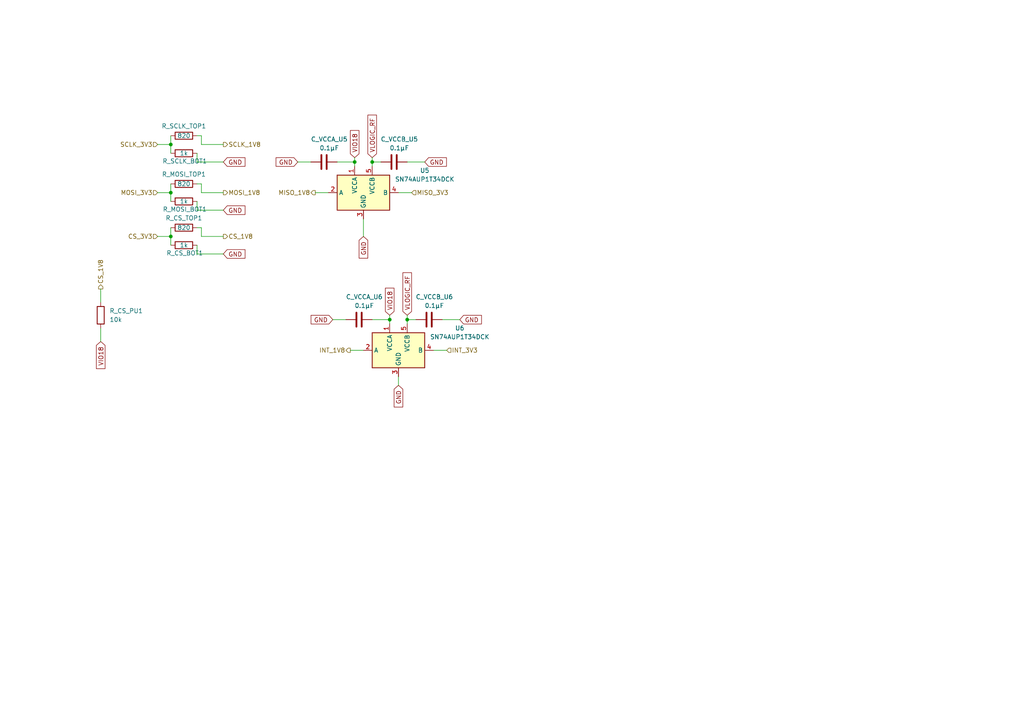
<source format=kicad_sch>
(kicad_sch (version 20250114) (generator "eeschema") (generator_version "9.0")
  (paper "A4")
  (lib_symbols
    (symbol "Device:C" (pin_numbers (hide yes)) (pin_names (offset 0.254))
      (property "Reference" "C" (at 0.635 2.54 0))
      (property "Value" "C" (at 0.635 -2.54 0))
      (symbol "C_0_1"
        (polyline (pts (xy -2.032 0.762) (xy 2.032 0.762)) (stroke (width 0.508)))
        (polyline (pts (xy -2.032 -0.762) (xy 2.032 -0.762)) (stroke (width 0.508)))
      )
      (symbol "C_1_1"
        (pin passive line (at 0 3.81 270) (length 2.794) (name "~") (number "1"))
        (pin passive line (at 0 -3.81 90) (length 2.794) (name "~") (number "2"))
      )
    )
    (symbol "Device:R" (pin_numbers (hide yes)) (pin_names (offset 0))
      (property "Reference" "R" (at 2.032 0 90))
      (property "Value" "R" (at 0 0 90))
      (symbol "R_0_1"
        (rectangle (start -1.016 -2.54) (end 1.016 2.54) (stroke (width 0.254)))
      )
      (symbol "R_1_1"
        (pin passive line (at 0 3.81 270) (length 1.27) (name "~") (number "1"))
        (pin passive line (at 0 -3.81 90) (length 1.27) (name "~") (number "2"))
      )
    )
    (symbol "Logic_LevelTranslator:SN74AUP1T34DCK"
      (property "Reference" "U" (at -6.35 6.35 0))
      (property "Value" "SN74AUP1T34DCK" (at 11.43 6.35 0))
      (symbol "SN74AUP1T34DCK_0_1"
        (rectangle (start -7.62 -5.08) (end 7.62 5.08) (stroke (width 0.254)) (fill (type background)))
        (pin input line (at -10.16 0 0) (length 2.54) (name "A") (number "2"))
        (pin power_in line (at -2.54 7.62 270) (length 2.54) (name "VCCA") (number "1"))
        (pin power_in line (at 0 -7.62 90) (length 2.54) (name "GND") (number "3"))
        (pin power_in line (at 2.54 7.62 270) (length 2.54) (name "VCCB") (number "5"))
        (pin output line (at 10.16 0 180) (length 2.54) (name "B") (number "4"))
      )
    )
  )
  (junction (at 49.53 55.88))
  (junction (at 118.11 92.71))
  (junction (at 113.03 92.71))
  (junction (at 49.53 68.58))
  (junction (at 102.87 46.99))
  (junction (at 107.95 46.99))
  (junction (at 49.53 41.91))
  (wire (pts (xy 113.03 92.71) (xy 113.03 93.98)))
  (wire (pts (xy 58.42 53.34) (xy 57.15 53.34)))
  (wire (pts (xy 118.11 92.71) (xy 120.65 92.71)))
  (wire (pts (xy 49.53 53.34) (xy 49.53 55.88)))
  (wire (pts (xy 58.42 66.04) (xy 58.42 68.58)))
  (wire (pts (xy 91.44 55.88) (xy 95.25 55.88)))
  (wire (pts (xy 58.42 66.04) (xy 57.15 66.04)))
  (wire (pts (xy 49.53 39.37) (xy 49.53 41.91)))
  (wire (pts (xy 105.41 63.5) (xy 105.41 68.58)))
  (wire (pts (xy 57.15 58.42) (xy 57.15 60.96)))
  (wire (pts (xy 58.42 39.37) (xy 57.15 39.37)))
  (wire (pts (xy 57.15 73.66) (xy 64.77 73.66)))
  (wire (pts (xy 58.42 39.37) (xy 58.42 41.91)))
  (wire (pts (xy 113.03 91.44) (xy 113.03 92.71)))
  (wire (pts (xy 49.53 55.88) (xy 49.53 58.42)))
  (wire (pts (xy 118.11 91.44) (xy 118.11 92.71)))
  (wire (pts (xy 107.95 45.72) (xy 107.95 46.99)))
  (wire (pts (xy 29.21 83.82) (xy 29.21 87.63)))
  (wire (pts (xy 102.87 46.99) (xy 102.87 48.26)))
  (wire (pts (xy 45.72 41.91) (xy 49.53 41.91)))
  (wire (pts (xy 45.72 55.88) (xy 49.53 55.88)))
  (wire (pts (xy 86.36 46.99) (xy 90.17 46.99)))
  (wire (pts (xy 57.15 44.45) (xy 57.15 46.99)))
  (wire (pts (xy 49.53 41.91) (xy 49.53 44.45)))
  (wire (pts (xy 49.53 66.04) (xy 49.53 68.58)))
  (wire (pts (xy 58.42 41.91) (xy 64.77 41.91)))
  (wire (pts (xy 58.42 68.58) (xy 64.77 68.58)))
  (wire (pts (xy 102.87 45.72) (xy 102.87 46.99)))
  (wire (pts (xy 49.53 68.58) (xy 49.53 71.12)))
  (wire (pts (xy 107.95 92.71) (xy 113.03 92.71)))
  (wire (pts (xy 115.57 109.22) (xy 115.57 111.76)))
  (wire (pts (xy 29.21 95.25) (xy 29.21 99.06)))
  (wire (pts (xy 101.6 101.6) (xy 105.41 101.6)))
  (wire (pts (xy 58.42 55.88) (xy 64.77 55.88)))
  (wire (pts (xy 107.95 46.99) (xy 107.95 48.26)))
  (wire (pts (xy 96.52 92.71) (xy 100.33 92.71)))
  (wire (pts (xy 57.15 71.12) (xy 57.15 73.66)))
  (wire (pts (xy 125.73 101.6) (xy 129.54 101.6)))
  (wire (pts (xy 115.57 55.88) (xy 119.38 55.88)))
  (wire (pts (xy 107.95 46.99) (xy 110.49 46.99)))
  (wire (pts (xy 128.27 92.71) (xy 133.35 92.71)))
  (wire (pts (xy 118.11 46.99) (xy 123.19 46.99)))
  (wire (pts (xy 45.72 68.58) (xy 49.53 68.58)))
  (wire (pts (xy 97.79 46.99) (xy 102.87 46.99)))
  (wire (pts (xy 118.11 92.71) (xy 118.11 93.98)))
  (wire (pts (xy 58.42 53.34) (xy 58.42 55.88)))
  (wire (pts (xy 57.15 46.99) (xy 64.77 46.99)))
  (wire (pts (xy 57.15 60.96) (xy 64.77 60.96)))
  (global_label "GND" (shape input) (at 86.36 46.99 180) (property "Intersheetrefs" "${INTERSHEET_REFS}" (effects (hide yes))))
  (global_label "GND" (shape input) (at 123.19 46.99 0) (property "Intersheetrefs" "${INTERSHEET_REFS}" (effects (hide yes))))
  (global_label "GND" (shape input) (at 115.57 111.76 270) (property "Intersheetrefs" "${INTERSHEET_REFS}" (effects (hide yes))))
  (global_label "VIO18" (shape input) (at 113.03 91.44 90) (property "Intersheetrefs" "${INTERSHEET_REFS}" (effects (hide yes))))
  (global_label "GND" (shape input) (at 105.41 68.58 270) (property "Intersheetrefs" "${INTERSHEET_REFS}" (effects (hide yes))))
  (global_label "GND" (shape input) (at 64.77 60.96 0) (property "Intersheetrefs" "${INTERSHEET_REFS}" (effects (hide yes))))
  (global_label "GND" (shape input) (at 64.77 73.66 0) (property "Intersheetrefs" "${INTERSHEET_REFS}" (effects (hide yes))))
  (global_label "VLOGIC_RF" (shape input) (at 107.95 45.72 90) (property "Intersheetrefs" "${INTERSHEET_REFS}" (effects (hide yes))))
  (global_label "GND" (shape input) (at 96.52 92.71 180) (property "Intersheetrefs" "${INTERSHEET_REFS}" (effects (hide yes))))
  (global_label "GND" (shape input) (at 64.77 46.99 0) (property "Intersheetrefs" "${INTERSHEET_REFS}" (effects (hide yes))))
  (global_label "VIO18" (shape input) (at 29.21 99.06 270) (property "Intersheetrefs" "${INTERSHEET_REFS}" (effects (hide yes))))
  (global_label "VIO18" (shape input) (at 102.87 45.72 90) (property "Intersheetrefs" "${INTERSHEET_REFS}" (effects (hide yes))))
  (global_label "VLOGIC_RF" (shape input) (at 118.11 91.44 90) (property "Intersheetrefs" "${INTERSHEET_REFS}" (effects (hide yes))))
  (global_label "GND" (shape input) (at 133.35 92.71 0) (property "Intersheetrefs" "${INTERSHEET_REFS}" (effects (hide yes))))
  (hierarchical_label "CS_3V3" (shape input) (at 45.72 68.58 180))
  (hierarchical_label "INT_3V3" (shape input) (at 129.54 101.6 0))
  (hierarchical_label "CS_1V8" (shape output) (at 64.77 68.58 0))
  (hierarchical_label "MOSI_1V8" (shape output) (at 64.77 55.88 0))
  (hierarchical_label "CS_1V8" (shape output) (at 29.21 83.82 90))
  (hierarchical_label "MOSI_3V3" (shape input) (at 45.72 55.88 180))
  (hierarchical_label "INT_1V8" (shape output) (at 101.6 101.6 180))
  (hierarchical_label "SCLK_3V3" (shape input) (at 45.72 41.91 180))
  (hierarchical_label "SCLK_1V8" (shape output) (at 64.77 41.91 0))
  (hierarchical_label "MISO_1V8" (shape output) (at 91.44 55.88 180))
  (hierarchical_label "MISO_3V3" (shape input) (at 119.38 55.88 0))
  (symbol (lib_id "Device:C") (at 93.98 46.99 270) (unit 1)
    (property "Reference" "C_VCCA_U5" (at 95.504 40.386 90))
    (property "Value" "0.1µF" (at 95.504 42.926 90))
    (property "Footprint" "Capacitor_SMD:C_0603_1608Metric" (effects (hide yes)))
    (property "Description" "Unpolarized capacitor" (effects (hide yes)))
  )
  (symbol (lib_id "Device:R") (at 53.34 58.42 270) (unit 1)
    (property "Reference" "R_MOSI_BOT1" (at 53.594 60.706 90))
    (property "Value" "1k" (at 53.34 58.42 90))
    (property "Footprint" "Resistor_SMD:R_0603_1608Metric" (effects (hide yes)))
    (property "Description" "Resistor" (effects (hide yes)))
  )
  (symbol (lib_id "Device:R") (at 53.34 44.45 270) (unit 1)
    (property "Reference" "R_SCLK_BOT1" (at 53.594 46.736 90))
    (property "Value" "1k" (at 53.34 44.45 90))
    (property "Footprint" "Resistor_SMD:R_0603_1608Metric" (effects (hide yes)))
    (property "Description" "Resistor" (effects (hide yes)))
  )
  (symbol (lib_id "Device:R") (at 53.34 39.37 270) (unit 1)
    (property "Reference" "R_SCLK_TOP1" (at 53.34 36.576 90))
    (property "Value" "820" (at 53.34 39.37 90))
    (property "Footprint" "Resistor_SMD:R_0603_1608Metric" (effects (hide yes)))
    (property "Description" "Resistor" (effects (hide yes)))
  )
  (symbol (lib_id "Logic_LevelTranslator:SN74AUP1T34DCK") (at 115.57 101.6 0) (unit 1)
    (property "Reference" "U6" (at 133.35 95.1798 0))
    (property "Value" "SN74AUP1T34DCK" (at 133.35 97.7198 0))
    (property "Footprint" "Package_TO_SOT_SMD:SOT-353_SC-70-5" (effects (hide yes)))
    (property "Datasheet" "http://www.ti.com/lit/ds/symlink/sn74aup1t34.pdf" (effects (hide yes)))
    (property "Description" "1-Bit Unidirectional Voltage-Level Translator, SC-70" (effects (hide yes)))
    (property "Sim.Library" "/Users/msk-hq-nb-1221/pcb/multivibrator/magnitrometr/sim/models/sn74aup1t34_avg.lib" (effects (hide yes)))
    (property "Sim.Name" "SN74AUP1T34_DCK" (effects (hide yes)))
    (property "Sim.Device" "SUBCKT" (effects (hide yes)))
    (property "Sim.Pins" "1=VCCA 2=A 3=GND 4=B 5=VCCB" (effects (hide yes)))
  )
  (symbol (lib_id "Device:C") (at 124.46 92.71 270) (unit 1)
    (property "Reference" "C_VCCB_U6" (at 125.984 86.106 90))
    (property "Value" "0.1µF" (at 125.984 88.646 90))
    (property "Footprint" "Capacitor_SMD:C_0603_1608Metric" (effects (hide yes)))
    (property "Description" "Unpolarized capacitor" (effects (hide yes)))
  )
  (symbol (lib_id "Logic_LevelTranslator:SN74AUP1T34DCK") (at 105.41 55.88 0) (unit 1)
    (property "Reference" "U5" (at 123.19 49.4598 0))
    (property "Value" "SN74AUP1T34DCK" (at 123.19 51.9998 0))
    (property "Footprint" "Package_TO_SOT_SMD:SOT-353_SC-70-5" (effects (hide yes)))
    (property "Datasheet" "http://www.ti.com/lit/ds/symlink/sn74aup1t34.pdf" (effects (hide yes)))
    (property "Description" "1-Bit Unidirectional Voltage-Level Translator, SC-70" (effects (hide yes)))
    (property "Sim.Library" "/Users/msk-hq-nb-1221/pcb/multivibrator/magnitrometr/sim/models/sn74aup1t34_avg.lib" (effects (hide yes)))
    (property "Sim.Name" "SN74AUP1T34_DCK" (effects (hide yes)))
    (property "Sim.Device" "SUBCKT" (effects (hide yes)))
    (property "Sim.Pins" "1=VCCA 2=A 3=GND 4=B 5=VCCB" (effects (hide yes)))
  )
  (symbol (lib_id "Device:C") (at 104.14 92.71 270) (unit 1)
    (property "Reference" "C_VCCA_U6" (at 105.664 86.106 90))
    (property "Value" "0.1µF" (at 105.664 88.646 90))
    (property "Footprint" "Capacitor_SMD:C_0603_1608Metric" (effects (hide yes)))
    (property "Description" "Unpolarized capacitor" (effects (hide yes)))
  )
  (symbol (lib_id "Device:R") (at 53.34 71.12 270) (unit 1)
    (property "Reference" "R_CS_BOT1" (at 53.594 73.406 90))
    (property "Value" "1k" (at 53.34 71.12 90))
    (property "Footprint" "Resistor_SMD:R_0603_1608Metric" (effects (hide yes)))
    (property "Description" "Resistor" (effects (hide yes)))
  )
  (symbol (lib_id "Device:R") (at 53.34 66.04 270) (unit 1)
    (property "Reference" "R_CS_TOP1" (at 53.34 63.246 90))
    (property "Value" "820" (at 53.34 66.04 90))
    (property "Footprint" "Resistor_SMD:R_0603_1608Metric" (effects (hide yes)))
    (property "Description" "Resistor" (effects (hide yes)))
  )
  (symbol (lib_id "Device:R") (at 53.34 53.34 270) (unit 1)
    (property "Reference" "R_MOSI_TOP1" (at 53.34 50.546 90))
    (property "Value" "820" (at 53.34 53.34 90))
    (property "Footprint" "Resistor_SMD:R_0603_1608Metric" (effects (hide yes)))
    (property "Description" "Resistor" (effects (hide yes)))
  )
  (symbol (lib_id "Device:C") (at 114.3 46.99 270) (unit 1)
    (property "Reference" "C_VCCB_U5" (at 115.824 40.386 90))
    (property "Value" "0.1µF" (at 115.824 42.926 90))
    (property "Footprint" "Capacitor_SMD:C_0603_1608Metric" (effects (hide yes)))
    (property "Description" "Unpolarized capacitor" (effects (hide yes)))
  )
  (symbol (lib_id "Device:R") (at 29.21 91.44 0) (unit 1)
    (property "Reference" "R_CS_PU1" (at 31.75 90.1699 0) (effects (justify left)))
    (property "Value" "10k" (at 31.75 92.7099 0) (effects (justify left)))
    (property "Footprint" "Resistor_SMD:R_0603_1608Metric" (effects (hide yes)))
    (property "Description" "Resistor" (effects (hide yes)))
  )
)
</source>
